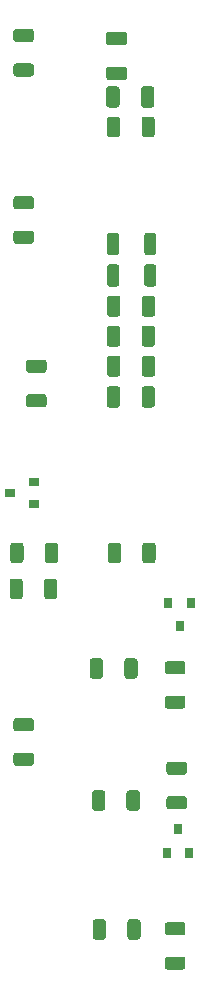
<source format=gbp>
G04 #@! TF.GenerationSoftware,KiCad,Pcbnew,(5.1.10)-1*
G04 #@! TF.CreationDate,2021-12-06T14:15:13+01:00*
G04 #@! TF.ProjectId,LuciCameraLettoRoma,4c756369-4361-46d6-9572-614c6574746f,rev?*
G04 #@! TF.SameCoordinates,Original*
G04 #@! TF.FileFunction,Paste,Bot*
G04 #@! TF.FilePolarity,Positive*
%FSLAX46Y46*%
G04 Gerber Fmt 4.6, Leading zero omitted, Abs format (unit mm)*
G04 Created by KiCad (PCBNEW (5.1.10)-1) date 2021-12-06 14:15:13*
%MOMM*%
%LPD*%
G01*
G04 APERTURE LIST*
%ADD10R,0.800000X0.900000*%
%ADD11R,0.900000X0.800000*%
G04 APERTURE END LIST*
D10*
X144780000Y-115316000D03*
X145730000Y-113316000D03*
X143830000Y-113316000D03*
X144653000Y-132461000D03*
X143703000Y-134461000D03*
X145603000Y-134461000D03*
G36*
G01*
X132197001Y-124195000D02*
X130946999Y-124195000D01*
G75*
G02*
X130697000Y-123945001I0J249999D01*
G01*
X130697000Y-123319999D01*
G75*
G02*
X130946999Y-123070000I249999J0D01*
G01*
X132197001Y-123070000D01*
G75*
G02*
X132447000Y-123319999I0J-249999D01*
G01*
X132447000Y-123945001D01*
G75*
G02*
X132197001Y-124195000I-249999J0D01*
G01*
G37*
G36*
G01*
X132197001Y-127120000D02*
X130946999Y-127120000D01*
G75*
G02*
X130697000Y-126870001I0J249999D01*
G01*
X130697000Y-126244999D01*
G75*
G02*
X130946999Y-125995000I249999J0D01*
G01*
X132197001Y-125995000D01*
G75*
G02*
X132447000Y-126244999I0J-249999D01*
G01*
X132447000Y-126870001D01*
G75*
G02*
X132197001Y-127120000I-249999J0D01*
G01*
G37*
G36*
G01*
X133300000Y-112766001D02*
X133300000Y-111515999D01*
G75*
G02*
X133549999Y-111266000I249999J0D01*
G01*
X134175001Y-111266000D01*
G75*
G02*
X134425000Y-111515999I0J-249999D01*
G01*
X134425000Y-112766001D01*
G75*
G02*
X134175001Y-113016000I-249999J0D01*
G01*
X133549999Y-113016000D01*
G75*
G02*
X133300000Y-112766001I0J249999D01*
G01*
G37*
G36*
G01*
X130375000Y-112766001D02*
X130375000Y-111515999D01*
G75*
G02*
X130624999Y-111266000I249999J0D01*
G01*
X131250001Y-111266000D01*
G75*
G02*
X131500000Y-111515999I0J-249999D01*
G01*
X131500000Y-112766001D01*
G75*
G02*
X131250001Y-113016000I-249999J0D01*
G01*
X130624999Y-113016000D01*
G75*
G02*
X130375000Y-112766001I0J249999D01*
G01*
G37*
G36*
G01*
X133361000Y-109718001D02*
X133361000Y-108467999D01*
G75*
G02*
X133610999Y-108218000I249999J0D01*
G01*
X134236001Y-108218000D01*
G75*
G02*
X134486000Y-108467999I0J-249999D01*
G01*
X134486000Y-109718001D01*
G75*
G02*
X134236001Y-109968000I-249999J0D01*
G01*
X133610999Y-109968000D01*
G75*
G02*
X133361000Y-109718001I0J249999D01*
G01*
G37*
G36*
G01*
X130436000Y-109718001D02*
X130436000Y-108467999D01*
G75*
G02*
X130685999Y-108218000I249999J0D01*
G01*
X131311001Y-108218000D01*
G75*
G02*
X131561000Y-108467999I0J-249999D01*
G01*
X131561000Y-109718001D01*
G75*
G02*
X131311001Y-109968000I-249999J0D01*
G01*
X130685999Y-109968000D01*
G75*
G02*
X130436000Y-109718001I0J249999D01*
G01*
G37*
G36*
G01*
X132197001Y-79999000D02*
X130946999Y-79999000D01*
G75*
G02*
X130697000Y-79749001I0J249999D01*
G01*
X130697000Y-79123999D01*
G75*
G02*
X130946999Y-78874000I249999J0D01*
G01*
X132197001Y-78874000D01*
G75*
G02*
X132447000Y-79123999I0J-249999D01*
G01*
X132447000Y-79749001D01*
G75*
G02*
X132197001Y-79999000I-249999J0D01*
G01*
G37*
G36*
G01*
X132197001Y-82924000D02*
X130946999Y-82924000D01*
G75*
G02*
X130697000Y-82674001I0J249999D01*
G01*
X130697000Y-82048999D01*
G75*
G02*
X130946999Y-81799000I249999J0D01*
G01*
X132197001Y-81799000D01*
G75*
G02*
X132447000Y-82048999I0J-249999D01*
G01*
X132447000Y-82674001D01*
G75*
G02*
X132197001Y-82924000I-249999J0D01*
G01*
G37*
G36*
G01*
X132197001Y-65840500D02*
X130946999Y-65840500D01*
G75*
G02*
X130697000Y-65590501I0J249999D01*
G01*
X130697000Y-64965499D01*
G75*
G02*
X130946999Y-64715500I249999J0D01*
G01*
X132197001Y-64715500D01*
G75*
G02*
X132447000Y-64965499I0J-249999D01*
G01*
X132447000Y-65590501D01*
G75*
G02*
X132197001Y-65840500I-249999J0D01*
G01*
G37*
G36*
G01*
X132197001Y-68765500D02*
X130946999Y-68765500D01*
G75*
G02*
X130697000Y-68515501I0J249999D01*
G01*
X130697000Y-67890499D01*
G75*
G02*
X130946999Y-67640500I249999J0D01*
G01*
X132197001Y-67640500D01*
G75*
G02*
X132447000Y-67890499I0J-249999D01*
G01*
X132447000Y-68515501D01*
G75*
G02*
X132197001Y-68765500I-249999J0D01*
G01*
G37*
G36*
G01*
X145024001Y-119369000D02*
X143773999Y-119369000D01*
G75*
G02*
X143524000Y-119119001I0J249999D01*
G01*
X143524000Y-118493999D01*
G75*
G02*
X143773999Y-118244000I249999J0D01*
G01*
X145024001Y-118244000D01*
G75*
G02*
X145274000Y-118493999I0J-249999D01*
G01*
X145274000Y-119119001D01*
G75*
G02*
X145024001Y-119369000I-249999J0D01*
G01*
G37*
G36*
G01*
X145024001Y-122294000D02*
X143773999Y-122294000D01*
G75*
G02*
X143524000Y-122044001I0J249999D01*
G01*
X143524000Y-121418999D01*
G75*
G02*
X143773999Y-121169000I249999J0D01*
G01*
X145024001Y-121169000D01*
G75*
G02*
X145274000Y-121418999I0J-249999D01*
G01*
X145274000Y-122044001D01*
G75*
G02*
X145024001Y-122294000I-249999J0D01*
G01*
G37*
G36*
G01*
X140092000Y-119497001D02*
X140092000Y-118246999D01*
G75*
G02*
X140341999Y-117997000I249999J0D01*
G01*
X140967001Y-117997000D01*
G75*
G02*
X141217000Y-118246999I0J-249999D01*
G01*
X141217000Y-119497001D01*
G75*
G02*
X140967001Y-119747000I-249999J0D01*
G01*
X140341999Y-119747000D01*
G75*
G02*
X140092000Y-119497001I0J249999D01*
G01*
G37*
G36*
G01*
X137167000Y-119497001D02*
X137167000Y-118246999D01*
G75*
G02*
X137416999Y-117997000I249999J0D01*
G01*
X138042001Y-117997000D01*
G75*
G02*
X138292000Y-118246999I0J-249999D01*
G01*
X138292000Y-119497001D01*
G75*
G02*
X138042001Y-119747000I-249999J0D01*
G01*
X137416999Y-119747000D01*
G75*
G02*
X137167000Y-119497001I0J249999D01*
G01*
G37*
G36*
G01*
X145151001Y-127878000D02*
X143900999Y-127878000D01*
G75*
G02*
X143651000Y-127628001I0J249999D01*
G01*
X143651000Y-127002999D01*
G75*
G02*
X143900999Y-126753000I249999J0D01*
G01*
X145151001Y-126753000D01*
G75*
G02*
X145401000Y-127002999I0J-249999D01*
G01*
X145401000Y-127628001D01*
G75*
G02*
X145151001Y-127878000I-249999J0D01*
G01*
G37*
G36*
G01*
X145151001Y-130803000D02*
X143900999Y-130803000D01*
G75*
G02*
X143651000Y-130553001I0J249999D01*
G01*
X143651000Y-129927999D01*
G75*
G02*
X143900999Y-129678000I249999J0D01*
G01*
X145151001Y-129678000D01*
G75*
G02*
X145401000Y-129927999I0J-249999D01*
G01*
X145401000Y-130553001D01*
G75*
G02*
X145151001Y-130803000I-249999J0D01*
G01*
G37*
G36*
G01*
X140280000Y-130673001D02*
X140280000Y-129422999D01*
G75*
G02*
X140529999Y-129173000I249999J0D01*
G01*
X141155001Y-129173000D01*
G75*
G02*
X141405000Y-129422999I0J-249999D01*
G01*
X141405000Y-130673001D01*
G75*
G02*
X141155001Y-130923000I-249999J0D01*
G01*
X140529999Y-130923000D01*
G75*
G02*
X140280000Y-130673001I0J249999D01*
G01*
G37*
G36*
G01*
X137355000Y-130673001D02*
X137355000Y-129422999D01*
G75*
G02*
X137604999Y-129173000I249999J0D01*
G01*
X138230001Y-129173000D01*
G75*
G02*
X138480000Y-129422999I0J-249999D01*
G01*
X138480000Y-130673001D01*
G75*
G02*
X138230001Y-130923000I-249999J0D01*
G01*
X137604999Y-130923000D01*
G75*
G02*
X137355000Y-130673001I0J249999D01*
G01*
G37*
G36*
G01*
X145024001Y-141467000D02*
X143773999Y-141467000D01*
G75*
G02*
X143524000Y-141217001I0J249999D01*
G01*
X143524000Y-140591999D01*
G75*
G02*
X143773999Y-140342000I249999J0D01*
G01*
X145024001Y-140342000D01*
G75*
G02*
X145274000Y-140591999I0J-249999D01*
G01*
X145274000Y-141217001D01*
G75*
G02*
X145024001Y-141467000I-249999J0D01*
G01*
G37*
G36*
G01*
X145024001Y-144392000D02*
X143773999Y-144392000D01*
G75*
G02*
X143524000Y-144142001I0J249999D01*
G01*
X143524000Y-143516999D01*
G75*
G02*
X143773999Y-143267000I249999J0D01*
G01*
X145024001Y-143267000D01*
G75*
G02*
X145274000Y-143516999I0J-249999D01*
G01*
X145274000Y-144142001D01*
G75*
G02*
X145024001Y-144392000I-249999J0D01*
G01*
G37*
G36*
G01*
X140346000Y-141595001D02*
X140346000Y-140344999D01*
G75*
G02*
X140595999Y-140095000I249999J0D01*
G01*
X141221001Y-140095000D01*
G75*
G02*
X141471000Y-140344999I0J-249999D01*
G01*
X141471000Y-141595001D01*
G75*
G02*
X141221001Y-141845000I-249999J0D01*
G01*
X140595999Y-141845000D01*
G75*
G02*
X140346000Y-141595001I0J249999D01*
G01*
G37*
G36*
G01*
X137421000Y-141595001D02*
X137421000Y-140344999D01*
G75*
G02*
X137670999Y-140095000I249999J0D01*
G01*
X138296001Y-140095000D01*
G75*
G02*
X138546000Y-140344999I0J-249999D01*
G01*
X138546000Y-141595001D01*
G75*
G02*
X138296001Y-141845000I-249999J0D01*
G01*
X137670999Y-141845000D01*
G75*
G02*
X137421000Y-141595001I0J249999D01*
G01*
G37*
D11*
X130445000Y-104013000D03*
X132445000Y-104963000D03*
X132445000Y-103063000D03*
G36*
G01*
X133277001Y-93842000D02*
X132026999Y-93842000D01*
G75*
G02*
X131777000Y-93592001I0J249999D01*
G01*
X131777000Y-92966999D01*
G75*
G02*
X132026999Y-92717000I249999J0D01*
G01*
X133277001Y-92717000D01*
G75*
G02*
X133527000Y-92966999I0J-249999D01*
G01*
X133527000Y-93592001D01*
G75*
G02*
X133277001Y-93842000I-249999J0D01*
G01*
G37*
G36*
G01*
X133277001Y-96767000D02*
X132026999Y-96767000D01*
G75*
G02*
X131777000Y-96517001I0J249999D01*
G01*
X131777000Y-95891999D01*
G75*
G02*
X132026999Y-95642000I249999J0D01*
G01*
X133277001Y-95642000D01*
G75*
G02*
X133527000Y-95891999I0J-249999D01*
G01*
X133527000Y-96517001D01*
G75*
G02*
X133277001Y-96767000I-249999J0D01*
G01*
G37*
G36*
G01*
X139816000Y-108467999D02*
X139816000Y-109718001D01*
G75*
G02*
X139566001Y-109968000I-249999J0D01*
G01*
X138940999Y-109968000D01*
G75*
G02*
X138691000Y-109718001I0J249999D01*
G01*
X138691000Y-108467999D01*
G75*
G02*
X138940999Y-108218000I249999J0D01*
G01*
X139566001Y-108218000D01*
G75*
G02*
X139816000Y-108467999I0J-249999D01*
G01*
G37*
G36*
G01*
X142741000Y-108467999D02*
X142741000Y-109718001D01*
G75*
G02*
X142491001Y-109968000I-249999J0D01*
G01*
X141865999Y-109968000D01*
G75*
G02*
X141616000Y-109718001I0J249999D01*
G01*
X141616000Y-108467999D01*
G75*
G02*
X141865999Y-108218000I249999J0D01*
G01*
X142491001Y-108218000D01*
G75*
G02*
X142741000Y-108467999I0J-249999D01*
G01*
G37*
G36*
G01*
X141489000Y-71135001D02*
X141489000Y-69834999D01*
G75*
G02*
X141738999Y-69585000I249999J0D01*
G01*
X142389001Y-69585000D01*
G75*
G02*
X142639000Y-69834999I0J-249999D01*
G01*
X142639000Y-71135001D01*
G75*
G02*
X142389001Y-71385000I-249999J0D01*
G01*
X141738999Y-71385000D01*
G75*
G02*
X141489000Y-71135001I0J249999D01*
G01*
G37*
G36*
G01*
X138539000Y-71135001D02*
X138539000Y-69834999D01*
G75*
G02*
X138788999Y-69585000I249999J0D01*
G01*
X139439001Y-69585000D01*
G75*
G02*
X139689000Y-69834999I0J-249999D01*
G01*
X139689000Y-71135001D01*
G75*
G02*
X139439001Y-71385000I-249999J0D01*
G01*
X138788999Y-71385000D01*
G75*
G02*
X138539000Y-71135001I0J249999D01*
G01*
G37*
G36*
G01*
X141766000Y-83631001D02*
X141766000Y-82230999D01*
G75*
G02*
X142015999Y-81981000I249999J0D01*
G01*
X142566001Y-81981000D01*
G75*
G02*
X142816000Y-82230999I0J-249999D01*
G01*
X142816000Y-83631001D01*
G75*
G02*
X142566001Y-83881000I-249999J0D01*
G01*
X142015999Y-83881000D01*
G75*
G02*
X141766000Y-83631001I0J249999D01*
G01*
G37*
G36*
G01*
X138616000Y-83631001D02*
X138616000Y-82230999D01*
G75*
G02*
X138865999Y-81981000I249999J0D01*
G01*
X139416001Y-81981000D01*
G75*
G02*
X139666000Y-82230999I0J-249999D01*
G01*
X139666000Y-83631001D01*
G75*
G02*
X139416001Y-83881000I-249999J0D01*
G01*
X138865999Y-83881000D01*
G75*
G02*
X138616000Y-83631001I0J249999D01*
G01*
G37*
G36*
G01*
X141766000Y-86298001D02*
X141766000Y-84897999D01*
G75*
G02*
X142015999Y-84648000I249999J0D01*
G01*
X142566001Y-84648000D01*
G75*
G02*
X142816000Y-84897999I0J-249999D01*
G01*
X142816000Y-86298001D01*
G75*
G02*
X142566001Y-86548000I-249999J0D01*
G01*
X142015999Y-86548000D01*
G75*
G02*
X141766000Y-86298001I0J249999D01*
G01*
G37*
G36*
G01*
X138616000Y-86298001D02*
X138616000Y-84897999D01*
G75*
G02*
X138865999Y-84648000I249999J0D01*
G01*
X139416001Y-84648000D01*
G75*
G02*
X139666000Y-84897999I0J-249999D01*
G01*
X139666000Y-86298001D01*
G75*
G02*
X139416001Y-86548000I-249999J0D01*
G01*
X138865999Y-86548000D01*
G75*
G02*
X138616000Y-86298001I0J249999D01*
G01*
G37*
G36*
G01*
X139752000Y-90091499D02*
X139752000Y-91391501D01*
G75*
G02*
X139502001Y-91641500I-249999J0D01*
G01*
X138851999Y-91641500D01*
G75*
G02*
X138602000Y-91391501I0J249999D01*
G01*
X138602000Y-90091499D01*
G75*
G02*
X138851999Y-89841500I249999J0D01*
G01*
X139502001Y-89841500D01*
G75*
G02*
X139752000Y-90091499I0J-249999D01*
G01*
G37*
G36*
G01*
X142702000Y-90091499D02*
X142702000Y-91391501D01*
G75*
G02*
X142452001Y-91641500I-249999J0D01*
G01*
X141801999Y-91641500D01*
G75*
G02*
X141552000Y-91391501I0J249999D01*
G01*
X141552000Y-90091499D01*
G75*
G02*
X141801999Y-89841500I249999J0D01*
G01*
X142452001Y-89841500D01*
G75*
G02*
X142702000Y-90091499I0J-249999D01*
G01*
G37*
G36*
G01*
X139752000Y-72399999D02*
X139752000Y-73650001D01*
G75*
G02*
X139502001Y-73900000I-249999J0D01*
G01*
X138876999Y-73900000D01*
G75*
G02*
X138627000Y-73650001I0J249999D01*
G01*
X138627000Y-72399999D01*
G75*
G02*
X138876999Y-72150000I249999J0D01*
G01*
X139502001Y-72150000D01*
G75*
G02*
X139752000Y-72399999I0J-249999D01*
G01*
G37*
G36*
G01*
X142677000Y-72399999D02*
X142677000Y-73650001D01*
G75*
G02*
X142427001Y-73900000I-249999J0D01*
G01*
X141801999Y-73900000D01*
G75*
G02*
X141552000Y-73650001I0J249999D01*
G01*
X141552000Y-72399999D01*
G75*
G02*
X141801999Y-72150000I249999J0D01*
G01*
X142427001Y-72150000D01*
G75*
G02*
X142677000Y-72399999I0J-249999D01*
G01*
G37*
G36*
G01*
X138795999Y-67907000D02*
X140096001Y-67907000D01*
G75*
G02*
X140346000Y-68156999I0J-249999D01*
G01*
X140346000Y-68807001D01*
G75*
G02*
X140096001Y-69057000I-249999J0D01*
G01*
X138795999Y-69057000D01*
G75*
G02*
X138546000Y-68807001I0J249999D01*
G01*
X138546000Y-68156999D01*
G75*
G02*
X138795999Y-67907000I249999J0D01*
G01*
G37*
G36*
G01*
X138795999Y-64957000D02*
X140096001Y-64957000D01*
G75*
G02*
X140346000Y-65206999I0J-249999D01*
G01*
X140346000Y-65857001D01*
G75*
G02*
X140096001Y-66107000I-249999J0D01*
G01*
X138795999Y-66107000D01*
G75*
G02*
X138546000Y-65857001I0J249999D01*
G01*
X138546000Y-65206999D01*
G75*
G02*
X138795999Y-64957000I249999J0D01*
G01*
G37*
G36*
G01*
X139752000Y-95234999D02*
X139752000Y-96535001D01*
G75*
G02*
X139502001Y-96785000I-249999J0D01*
G01*
X138851999Y-96785000D01*
G75*
G02*
X138602000Y-96535001I0J249999D01*
G01*
X138602000Y-95234999D01*
G75*
G02*
X138851999Y-94985000I249999J0D01*
G01*
X139502001Y-94985000D01*
G75*
G02*
X139752000Y-95234999I0J-249999D01*
G01*
G37*
G36*
G01*
X142702000Y-95234999D02*
X142702000Y-96535001D01*
G75*
G02*
X142452001Y-96785000I-249999J0D01*
G01*
X141801999Y-96785000D01*
G75*
G02*
X141552000Y-96535001I0J249999D01*
G01*
X141552000Y-95234999D01*
G75*
G02*
X141801999Y-94985000I249999J0D01*
G01*
X142452001Y-94985000D01*
G75*
G02*
X142702000Y-95234999I0J-249999D01*
G01*
G37*
G36*
G01*
X139767000Y-92631499D02*
X139767000Y-93931501D01*
G75*
G02*
X139517001Y-94181500I-249999J0D01*
G01*
X138866999Y-94181500D01*
G75*
G02*
X138617000Y-93931501I0J249999D01*
G01*
X138617000Y-92631499D01*
G75*
G02*
X138866999Y-92381500I249999J0D01*
G01*
X139517001Y-92381500D01*
G75*
G02*
X139767000Y-92631499I0J-249999D01*
G01*
G37*
G36*
G01*
X142717000Y-92631499D02*
X142717000Y-93931501D01*
G75*
G02*
X142467001Y-94181500I-249999J0D01*
G01*
X141816999Y-94181500D01*
G75*
G02*
X141567000Y-93931501I0J249999D01*
G01*
X141567000Y-92631499D01*
G75*
G02*
X141816999Y-92381500I249999J0D01*
G01*
X142467001Y-92381500D01*
G75*
G02*
X142717000Y-92631499I0J-249999D01*
G01*
G37*
G36*
G01*
X139767000Y-87551499D02*
X139767000Y-88851501D01*
G75*
G02*
X139517001Y-89101500I-249999J0D01*
G01*
X138866999Y-89101500D01*
G75*
G02*
X138617000Y-88851501I0J249999D01*
G01*
X138617000Y-87551499D01*
G75*
G02*
X138866999Y-87301500I249999J0D01*
G01*
X139517001Y-87301500D01*
G75*
G02*
X139767000Y-87551499I0J-249999D01*
G01*
G37*
G36*
G01*
X142717000Y-87551499D02*
X142717000Y-88851501D01*
G75*
G02*
X142467001Y-89101500I-249999J0D01*
G01*
X141816999Y-89101500D01*
G75*
G02*
X141567000Y-88851501I0J249999D01*
G01*
X141567000Y-87551499D01*
G75*
G02*
X141816999Y-87301500I249999J0D01*
G01*
X142467001Y-87301500D01*
G75*
G02*
X142717000Y-87551499I0J-249999D01*
G01*
G37*
M02*

</source>
